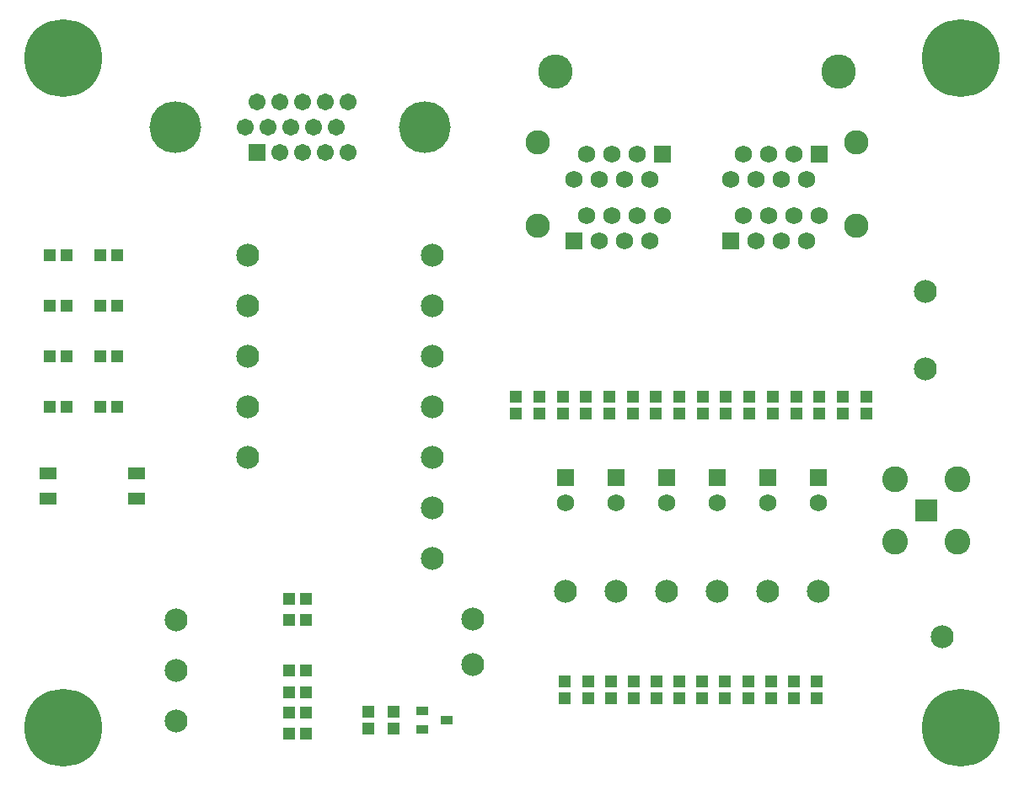
<source format=gts>
G04*
G04 #@! TF.GenerationSoftware,Altium Limited,Altium Designer,19.1.8 (144)*
G04*
G04 Layer_Color=8388736*
%FSLAX25Y25*%
%MOIN*%
G70*
G01*
G75*
%ADD16R,0.04540X0.04540*%
%ADD17R,0.04540X0.04540*%
%ADD18R,0.06706X0.05131*%
%ADD19R,0.04737X0.03359*%
%ADD20C,0.09068*%
%ADD21C,0.13595*%
%ADD22C,0.09658*%
%ADD23C,0.06800*%
%ADD24R,0.06800X0.06800*%
%ADD25C,0.06706*%
%ADD26R,0.06706X0.06706*%
%ADD27C,0.20485*%
%ADD28C,0.03800*%
%ADD29C,0.30800*%
%ADD30R,0.08674X0.08674*%
%ADD31C,0.10249*%
%ADD32R,0.06800X0.06800*%
D16*
X238000Y123846D02*
D03*
Y117154D02*
D03*
X435000Y241653D02*
D03*
Y248346D02*
D03*
X425767Y241653D02*
D03*
Y248346D02*
D03*
X416533Y241653D02*
D03*
Y248346D02*
D03*
X407300Y241653D02*
D03*
Y248346D02*
D03*
X398067Y241653D02*
D03*
Y248346D02*
D03*
X388833Y241653D02*
D03*
Y248346D02*
D03*
X379600Y241653D02*
D03*
Y248346D02*
D03*
X370367Y241653D02*
D03*
Y248346D02*
D03*
X351900Y241653D02*
D03*
Y248346D02*
D03*
X342667Y241653D02*
D03*
Y248346D02*
D03*
X333433Y241653D02*
D03*
Y248346D02*
D03*
X324200Y241653D02*
D03*
Y248346D02*
D03*
X314967Y241653D02*
D03*
Y248346D02*
D03*
X296500Y241653D02*
D03*
Y248346D02*
D03*
X305733Y241653D02*
D03*
Y248346D02*
D03*
X361133Y241653D02*
D03*
Y248346D02*
D03*
X248244Y117034D02*
D03*
Y123726D02*
D03*
X406380Y128941D02*
D03*
Y135634D02*
D03*
X388289Y128941D02*
D03*
Y135634D02*
D03*
X370198Y128941D02*
D03*
Y135634D02*
D03*
X352107Y128941D02*
D03*
Y135634D02*
D03*
X415425Y128941D02*
D03*
Y135634D02*
D03*
X397334Y128941D02*
D03*
Y135634D02*
D03*
X379243Y128941D02*
D03*
Y135634D02*
D03*
X361152Y128941D02*
D03*
Y135634D02*
D03*
X343061Y128941D02*
D03*
Y135634D02*
D03*
X334016Y128941D02*
D03*
Y135634D02*
D03*
X324971Y128941D02*
D03*
Y135634D02*
D03*
X315925Y128941D02*
D03*
Y135634D02*
D03*
D17*
X206653Y115000D02*
D03*
X213347D02*
D03*
Y123500D02*
D03*
X206653D02*
D03*
Y131500D02*
D03*
X213347D02*
D03*
Y140000D02*
D03*
X206653D02*
D03*
Y168500D02*
D03*
X213347D02*
D03*
Y160000D02*
D03*
X206653D02*
D03*
X132153Y304500D02*
D03*
X138847D02*
D03*
X118846D02*
D03*
X112153D02*
D03*
X132153Y284500D02*
D03*
X138847D02*
D03*
X118846D02*
D03*
X112153D02*
D03*
X132153Y264500D02*
D03*
X138847D02*
D03*
X118846D02*
D03*
X112153D02*
D03*
X132153Y244500D02*
D03*
X138847D02*
D03*
X118846D02*
D03*
X112153D02*
D03*
D18*
X111480Y208000D02*
D03*
X146520D02*
D03*
X111480Y218000D02*
D03*
X146520D02*
D03*
D19*
X268969Y120380D02*
D03*
X259520Y116640D02*
D03*
Y124120D02*
D03*
D20*
X279500Y160500D02*
D03*
X458500Y290000D02*
D03*
X465000Y153500D02*
D03*
X416000Y171500D02*
D03*
X396000D02*
D03*
X376000D02*
D03*
X356000D02*
D03*
X336000D02*
D03*
X316000D02*
D03*
X458500Y259500D02*
D03*
X279500Y142500D02*
D03*
X190500Y224500D02*
D03*
X263500Y184500D02*
D03*
X162000Y160000D02*
D03*
Y140000D02*
D03*
Y120000D02*
D03*
X190500Y244500D02*
D03*
Y264500D02*
D03*
Y284500D02*
D03*
Y304500D02*
D03*
X263500Y204500D02*
D03*
Y224500D02*
D03*
Y244500D02*
D03*
Y264500D02*
D03*
Y284500D02*
D03*
Y304500D02*
D03*
D21*
X312000Y377000D02*
D03*
X424000D02*
D03*
D22*
X431000Y316000D02*
D03*
Y349000D02*
D03*
X305000D02*
D03*
Y316000D02*
D03*
D23*
X329500Y310000D02*
D03*
X339500D02*
D03*
X349500D02*
D03*
X354500Y320000D02*
D03*
X344500D02*
D03*
X334500D02*
D03*
X324500D02*
D03*
Y344500D02*
D03*
X334500D02*
D03*
X344500D02*
D03*
X319500Y334500D02*
D03*
X349500D02*
D03*
X339500D02*
D03*
X329500D02*
D03*
X391500Y310000D02*
D03*
X401500D02*
D03*
X411500D02*
D03*
X416500Y320000D02*
D03*
X406500D02*
D03*
X396500D02*
D03*
X386500D02*
D03*
Y344500D02*
D03*
X396500D02*
D03*
X406500D02*
D03*
X411500Y334500D02*
D03*
X401500D02*
D03*
X381500D02*
D03*
X391500D02*
D03*
X336000Y206500D02*
D03*
X316000D02*
D03*
X376000D02*
D03*
X356000D02*
D03*
X416000D02*
D03*
X396000D02*
D03*
D24*
X319500Y310000D02*
D03*
X354500Y344500D02*
D03*
X381500Y310000D02*
D03*
X416500Y344500D02*
D03*
D25*
X194095Y365000D02*
D03*
X203071D02*
D03*
X212047D02*
D03*
X221024D02*
D03*
X230000D02*
D03*
X203071Y345000D02*
D03*
X212047D02*
D03*
X221024D02*
D03*
X230000D02*
D03*
X225512Y355000D02*
D03*
X216535D02*
D03*
X207559D02*
D03*
X198583D02*
D03*
X189606D02*
D03*
D26*
X194173Y345158D02*
D03*
D27*
X161929Y355000D02*
D03*
X260315D02*
D03*
D28*
X482342Y388405D02*
D03*
X478406Y372657D02*
D03*
X462657Y376594D02*
D03*
X478406Y392342D02*
D03*
X482342Y376594D02*
D03*
X466595Y372657D02*
D03*
Y392342D02*
D03*
X462657Y388405D02*
D03*
X461250Y382500D02*
D03*
X472500Y371250D02*
D03*
X483750Y382500D02*
D03*
X472500Y393750D02*
D03*
X127342Y388405D02*
D03*
X123406Y372657D02*
D03*
X107658Y376594D02*
D03*
X123406Y392342D02*
D03*
X127342Y376594D02*
D03*
X111594Y372657D02*
D03*
Y392342D02*
D03*
X107658Y388405D02*
D03*
X106250Y382500D02*
D03*
X117500Y371250D02*
D03*
X128750Y382500D02*
D03*
X117500Y393750D02*
D03*
X482342Y123406D02*
D03*
X478406Y107658D02*
D03*
X462657Y111594D02*
D03*
X478406Y127342D02*
D03*
X482342Y111594D02*
D03*
X466595Y107658D02*
D03*
Y127342D02*
D03*
X462657Y123406D02*
D03*
X461250Y117500D02*
D03*
X472500Y106250D02*
D03*
X483750Y117500D02*
D03*
X472500Y128750D02*
D03*
X127342Y123406D02*
D03*
X123406Y107658D02*
D03*
X107658Y111594D02*
D03*
X123406Y127342D02*
D03*
X127342Y111594D02*
D03*
X111594Y107658D02*
D03*
Y127342D02*
D03*
X107658Y123406D02*
D03*
X106250Y117500D02*
D03*
X117500Y106250D02*
D03*
X128750Y117500D02*
D03*
X117500Y128750D02*
D03*
D29*
X472500Y382500D02*
D03*
X117500D02*
D03*
X472500Y117500D02*
D03*
X117500D02*
D03*
D30*
X458677Y203323D02*
D03*
D31*
X446354Y215646D02*
D03*
X471000D02*
D03*
Y191000D02*
D03*
X446354D02*
D03*
D32*
X336000Y216500D02*
D03*
X316000D02*
D03*
X376000D02*
D03*
X356000D02*
D03*
X416000D02*
D03*
X396000D02*
D03*
M02*

</source>
